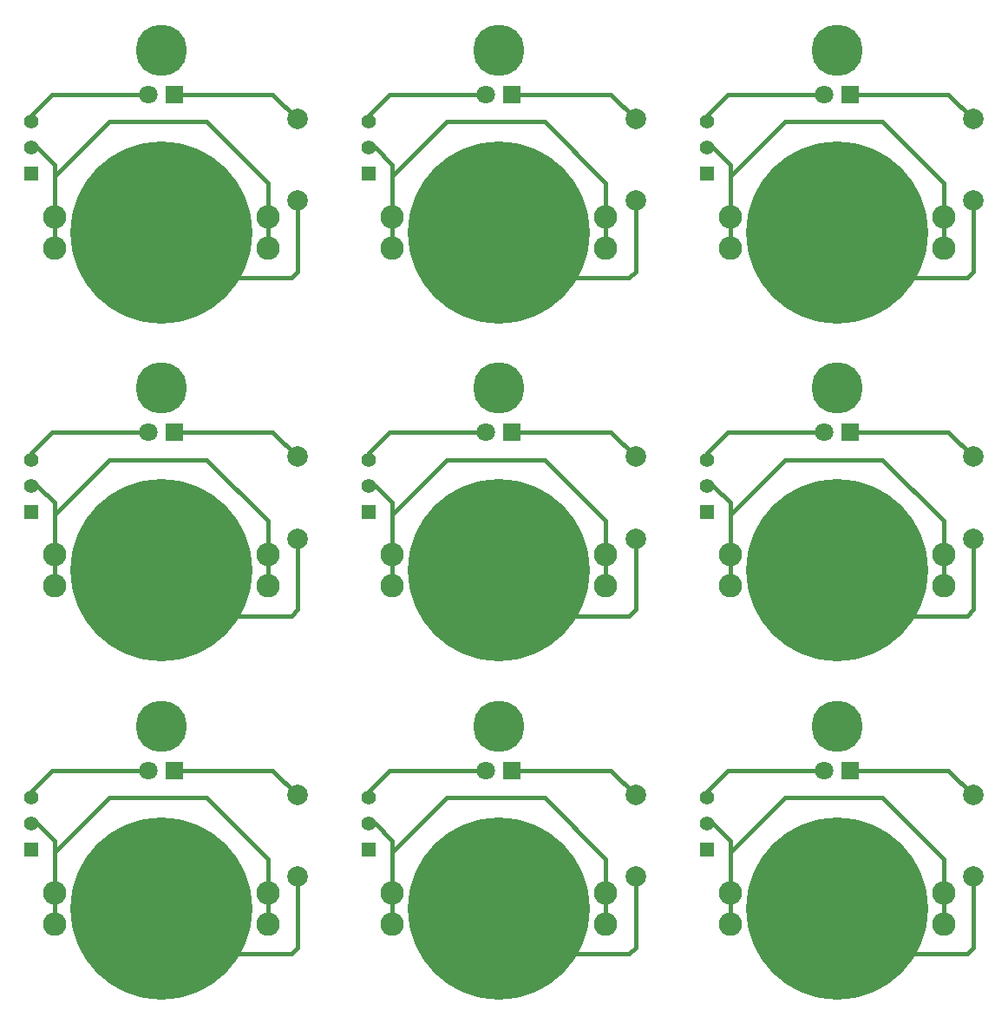
<source format=gbl>
%MOIN*%
%OFA0B0*%
%FSLAX46Y46*%
%IPPOS*%
%LPD*%
%ADD10C,0.0039370078740157488*%
%ADD11C,0.0787*%
%ADD12C,0.19685039370078741*%
%ADD13C,0.090000000000000011*%
%ADD14C,0.70000000000000007*%
%ADD15R,0.070866141732283464X0.070866141732283464*%
%ADD16C,0.070866141732283464*%
%ADD17R,0.055000000000000007X0.055000000000000007*%
%ADD18C,0.055000000000000007*%
%ADD19C,0.016*%
%ADD30C,0.0039370078740157488*%
%ADD31C,0.0787*%
%ADD32C,0.19685039370078741*%
%ADD33C,0.090000000000000011*%
%ADD34C,0.70000000000000007*%
%ADD35R,0.070866141732283464X0.070866141732283464*%
%ADD36C,0.070866141732283464*%
%ADD37R,0.055000000000000007X0.055000000000000007*%
%ADD38C,0.055000000000000007*%
%ADD39C,0.016*%
%ADD40C,0.0039370078740157488*%
%ADD41C,0.0787*%
%ADD42C,0.19685039370078741*%
%ADD43C,0.090000000000000011*%
%ADD44C,0.70000000000000007*%
%ADD45R,0.070866141732283464X0.070866141732283464*%
%ADD46C,0.070866141732283464*%
%ADD47R,0.055000000000000007X0.055000000000000007*%
%ADD48C,0.055000000000000007*%
%ADD49C,0.016*%
%ADD50C,0.0039370078740157488*%
%ADD51C,0.0787*%
%ADD52C,0.19685039370078741*%
%ADD53C,0.090000000000000011*%
%ADD54C,0.70000000000000007*%
%ADD55R,0.070866141732283464X0.070866141732283464*%
%ADD56C,0.070866141732283464*%
%ADD57R,0.055000000000000007X0.055000000000000007*%
%ADD58C,0.055000000000000007*%
%ADD59C,0.016*%
%ADD60C,0.0039370078740157488*%
%ADD61C,0.0787*%
%ADD62C,0.19685039370078741*%
%ADD63C,0.090000000000000011*%
%ADD64C,0.70000000000000007*%
%ADD65R,0.070866141732283464X0.070866141732283464*%
%ADD66C,0.070866141732283464*%
%ADD67R,0.055000000000000007X0.055000000000000007*%
%ADD68C,0.055000000000000007*%
%ADD69C,0.016*%
%ADD70C,0.0039370078740157488*%
%ADD71C,0.0787*%
%ADD72C,0.19685039370078741*%
%ADD73C,0.090000000000000011*%
%ADD74C,0.70000000000000007*%
%ADD75R,0.070866141732283464X0.070866141732283464*%
%ADD76C,0.070866141732283464*%
%ADD77R,0.055000000000000007X0.055000000000000007*%
%ADD78C,0.055000000000000007*%
%ADD79C,0.016*%
%ADD80C,0.0039370078740157488*%
%ADD81C,0.0787*%
%ADD82C,0.19685039370078741*%
%ADD83C,0.090000000000000011*%
%ADD84C,0.70000000000000007*%
%ADD85R,0.070866141732283464X0.070866141732283464*%
%ADD86C,0.070866141732283464*%
%ADD87R,0.055000000000000007X0.055000000000000007*%
%ADD88C,0.055000000000000007*%
%ADD89C,0.016*%
%ADD90C,0.0039370078740157488*%
%ADD91C,0.0787*%
%ADD92C,0.19685039370078741*%
%ADD93C,0.090000000000000011*%
%ADD94C,0.70000000000000007*%
%ADD95R,0.070866141732283464X0.070866141732283464*%
%ADD96C,0.070866141732283464*%
%ADD97R,0.055000000000000007X0.055000000000000007*%
%ADD98C,0.055000000000000007*%
%ADD99C,0.016*%
%ADD100C,0.0039370078740157488*%
%ADD101C,0.0787*%
%ADD102C,0.19685039370078741*%
%ADD103C,0.090000000000000011*%
%ADD104C,0.70000000000000007*%
%ADD105R,0.070866141732283464X0.070866141732283464*%
%ADD106C,0.070866141732283464*%
%ADD107R,0.055000000000000007X0.055000000000000007*%
%ADD108C,0.055000000000000007*%
%ADD109C,0.016*%
G01*
D10*
D11*
X-0006300000Y0004050000D02*
X0001124999Y0000837480D03*
X0001124999Y0000522519D03*
D12*
X0000599999Y0001100000D03*
D13*
X0001009999Y0000340000D03*
X0000189999Y0000340000D03*
X0001009999Y0000460000D03*
X0000189999Y0000460000D03*
D14*
X0000599999Y0000400000D03*
D15*
X0000649999Y0000930000D03*
D16*
X0000549999Y0000930000D03*
D17*
X0000099999Y0000625000D03*
D18*
X0000099999Y0000725000D03*
X0000099999Y0000825000D03*
D19*
X0000189999Y0000460000D02*
X0000189999Y0000615000D01*
X0001009999Y0000590000D02*
X0001009999Y0000460000D01*
X0000774999Y0000825000D02*
X0001009999Y0000590000D01*
X0000399999Y0000825000D02*
X0000774999Y0000825000D01*
X0000189999Y0000615000D02*
X0000399999Y0000825000D01*
X0000189999Y0000460000D02*
X0000189999Y0000660000D01*
X0000189999Y0000660000D02*
X0000124999Y0000725000D01*
X0000124999Y0000725000D02*
X0000099999Y0000725000D01*
X0001009999Y0000340000D02*
X0001009999Y0000460000D01*
X0000189999Y0000340000D02*
X0000189999Y0000460000D01*
X0000649999Y0000930000D02*
X0001027480Y0000930000D01*
X0001027480Y0000930000D02*
X0001124999Y0000837480D01*
X0000099999Y0000825000D02*
X0000099999Y0000850000D01*
X0000099999Y0000850000D02*
X0000179999Y0000930000D01*
X0000179999Y0000930000D02*
X0000549999Y0000930000D01*
X0001124999Y0000522519D02*
X0001124999Y0000250000D01*
X0001099999Y0000225000D02*
X0000774999Y0000225000D01*
X0001124999Y0000250000D02*
X0001099999Y0000225000D01*
X0000774999Y0000225000D02*
X0000599999Y0000400000D01*
X0001124999Y0000522519D02*
X0001124999Y0000555000D01*
X0000792519Y0000592519D02*
X0000599999Y0000400000D01*
X0000599999Y0000400000D02*
X0000774999Y0000400000D01*
G04 next file*
G04 #@! TF.FileFunction,Copper,L2,Bot,Signal*
G04 Gerber Fmt 4.6, Leading zero omitted, Abs format (unit mm)*
G04 Created by KiCad (PCBNEW 4.0.7) date 09/22/19 21:58:39*
G01*
G04 APERTURE LIST*
G04 APERTURE END LIST*
D30*
D31*
X-0006300000Y0005348425D02*
X0001124999Y0002135905D03*
X0001124999Y0001820945D03*
D32*
X0000599999Y0002398425D03*
D33*
X0001009999Y0001638425D03*
X0000189999Y0001638425D03*
X0001009999Y0001758425D03*
X0000189999Y0001758425D03*
D34*
X0000599999Y0001698425D03*
D35*
X0000649999Y0002228425D03*
D36*
X0000549999Y0002228425D03*
D37*
X0000099999Y0001923425D03*
D38*
X0000099999Y0002023425D03*
X0000099999Y0002123425D03*
D39*
X0000189999Y0001758425D02*
X0000189999Y0001913425D01*
X0001009999Y0001888425D02*
X0001009999Y0001758425D01*
X0000774999Y0002123425D02*
X0001009999Y0001888425D01*
X0000399999Y0002123425D02*
X0000774999Y0002123425D01*
X0000189999Y0001913425D02*
X0000399999Y0002123425D01*
X0000189999Y0001758425D02*
X0000189999Y0001958425D01*
X0000189999Y0001958425D02*
X0000124999Y0002023425D01*
X0000124999Y0002023425D02*
X0000099999Y0002023425D01*
X0001009999Y0001638425D02*
X0001009999Y0001758425D01*
X0000189999Y0001638425D02*
X0000189999Y0001758425D01*
X0000649999Y0002228425D02*
X0001027480Y0002228425D01*
X0001027480Y0002228425D02*
X0001124999Y0002135905D01*
X0000099999Y0002123425D02*
X0000099999Y0002148425D01*
X0000099999Y0002148425D02*
X0000179999Y0002228425D01*
X0000179999Y0002228425D02*
X0000549999Y0002228425D01*
X0001124999Y0001820945D02*
X0001124999Y0001548425D01*
X0001099999Y0001523425D02*
X0000774999Y0001523425D01*
X0001124999Y0001548425D02*
X0001099999Y0001523425D01*
X0000774999Y0001523425D02*
X0000599999Y0001698425D01*
X0001124999Y0001820945D02*
X0001124999Y0001853425D01*
X0000792519Y0001890945D02*
X0000599999Y0001698425D01*
X0000599999Y0001698425D02*
X0000774999Y0001698425D01*
G04 next file*
G04 #@! TF.FileFunction,Copper,L2,Bot,Signal*
G04 Gerber Fmt 4.6, Leading zero omitted, Abs format (unit mm)*
G04 Created by KiCad (PCBNEW 4.0.7) date 09/22/19 21:58:39*
G01*
G04 APERTURE LIST*
G04 APERTURE END LIST*
D40*
D41*
X-0006300000Y0006646850D02*
X0001124999Y0003434330D03*
X0001124999Y0003119370D03*
D42*
X0000599999Y0003696850D03*
D43*
X0001009999Y0002936850D03*
X0000189999Y0002936850D03*
X0001009999Y0003056850D03*
X0000189999Y0003056850D03*
D44*
X0000599999Y0002996850D03*
D45*
X0000649999Y0003526850D03*
D46*
X0000549999Y0003526850D03*
D47*
X0000099999Y0003221850D03*
D48*
X0000099999Y0003321850D03*
X0000099999Y0003421850D03*
D49*
X0000189999Y0003056850D02*
X0000189999Y0003211850D01*
X0001009999Y0003186850D02*
X0001009999Y0003056850D01*
X0000774999Y0003421850D02*
X0001009999Y0003186850D01*
X0000399999Y0003421850D02*
X0000774999Y0003421850D01*
X0000189999Y0003211850D02*
X0000399999Y0003421850D01*
X0000189999Y0003056850D02*
X0000189999Y0003256850D01*
X0000189999Y0003256850D02*
X0000124999Y0003321850D01*
X0000124999Y0003321850D02*
X0000099999Y0003321850D01*
X0001009999Y0002936850D02*
X0001009999Y0003056850D01*
X0000189999Y0002936850D02*
X0000189999Y0003056850D01*
X0000649999Y0003526850D02*
X0001027480Y0003526850D01*
X0001027480Y0003526850D02*
X0001124999Y0003434330D01*
X0000099999Y0003421850D02*
X0000099999Y0003446850D01*
X0000099999Y0003446850D02*
X0000179999Y0003526850D01*
X0000179999Y0003526850D02*
X0000549999Y0003526850D01*
X0001124999Y0003119370D02*
X0001124999Y0002846850D01*
X0001099999Y0002821850D02*
X0000774999Y0002821850D01*
X0001124999Y0002846850D02*
X0001099999Y0002821850D01*
X0000774999Y0002821850D02*
X0000599999Y0002996850D01*
X0001124999Y0003119370D02*
X0001124999Y0003151850D01*
X0000792519Y0003189370D02*
X0000599999Y0002996850D01*
X0000599999Y0002996850D02*
X0000774999Y0002996850D01*
G04 next file*
G04 #@! TF.FileFunction,Copper,L2,Bot,Signal*
G04 Gerber Fmt 4.6, Leading zero omitted, Abs format (unit mm)*
G04 Created by KiCad (PCBNEW 4.0.7) date 09/22/19 21:58:39*
G01*
G04 APERTURE LIST*
G04 APERTURE END LIST*
D50*
D51*
X-0005001574Y0004050000D02*
X0002423425Y0000837480D03*
X0002423425Y0000522519D03*
D52*
X0001898425Y0001100000D03*
D53*
X0002308425Y0000340000D03*
X0001488425Y0000340000D03*
X0002308425Y0000460000D03*
X0001488425Y0000460000D03*
D54*
X0001898425Y0000400000D03*
D55*
X0001948425Y0000930000D03*
D56*
X0001848425Y0000930000D03*
D57*
X0001398425Y0000625000D03*
D58*
X0001398425Y0000725000D03*
X0001398425Y0000825000D03*
D59*
X0001488425Y0000460000D02*
X0001488425Y0000615000D01*
X0002308425Y0000590000D02*
X0002308425Y0000460000D01*
X0002073425Y0000825000D02*
X0002308425Y0000590000D01*
X0001698425Y0000825000D02*
X0002073425Y0000825000D01*
X0001488425Y0000615000D02*
X0001698425Y0000825000D01*
X0001488425Y0000460000D02*
X0001488425Y0000660000D01*
X0001488425Y0000660000D02*
X0001423425Y0000725000D01*
X0001423425Y0000725000D02*
X0001398425Y0000725000D01*
X0002308425Y0000340000D02*
X0002308425Y0000460000D01*
X0001488425Y0000340000D02*
X0001488425Y0000460000D01*
X0001948425Y0000930000D02*
X0002325905Y0000930000D01*
X0002325905Y0000930000D02*
X0002423425Y0000837480D01*
X0001398425Y0000825000D02*
X0001398425Y0000850000D01*
X0001398425Y0000850000D02*
X0001478425Y0000930000D01*
X0001478425Y0000930000D02*
X0001848425Y0000930000D01*
X0002423425Y0000522519D02*
X0002423425Y0000250000D01*
X0002398425Y0000225000D02*
X0002073425Y0000225000D01*
X0002423425Y0000250000D02*
X0002398425Y0000225000D01*
X0002073425Y0000225000D02*
X0001898425Y0000400000D01*
X0002423425Y0000522519D02*
X0002423425Y0000555000D01*
X0002090944Y0000592519D02*
X0001898425Y0000400000D01*
X0001898425Y0000400000D02*
X0002073425Y0000400000D01*
G04 next file*
G04 #@! TF.FileFunction,Copper,L2,Bot,Signal*
G04 Gerber Fmt 4.6, Leading zero omitted, Abs format (unit mm)*
G04 Created by KiCad (PCBNEW 4.0.7) date 09/04/18 12:43:30*
G01*
G04 APERTURE LIST*
G04 APERTURE END LIST*
D60*
D61*
X-0003703149Y0004050000D02*
X0003721850Y0000837480D03*
X0003721850Y0000522519D03*
D62*
X0003196850Y0001100000D03*
D63*
X0003606850Y0000340000D03*
X0002786850Y0000340000D03*
X0003606850Y0000460000D03*
X0002786850Y0000460000D03*
D64*
X0003196850Y0000400000D03*
D65*
X0003246850Y0000930000D03*
D66*
X0003146850Y0000930000D03*
D67*
X0002696850Y0000625000D03*
D68*
X0002696850Y0000725000D03*
X0002696850Y0000825000D03*
D69*
X0002786850Y0000460000D02*
X0002786850Y0000615000D01*
X0003606850Y0000590000D02*
X0003606850Y0000460000D01*
X0003371850Y0000825000D02*
X0003606850Y0000590000D01*
X0002996850Y0000825000D02*
X0003371850Y0000825000D01*
X0002786850Y0000615000D02*
X0002996850Y0000825000D01*
X0002786850Y0000460000D02*
X0002786850Y0000660000D01*
X0002786850Y0000660000D02*
X0002721850Y0000725000D01*
X0002721850Y0000725000D02*
X0002696850Y0000725000D01*
X0003606850Y0000340000D02*
X0003606850Y0000460000D01*
X0002786850Y0000340000D02*
X0002786850Y0000460000D01*
X0003246850Y0000930000D02*
X0003624330Y0000930000D01*
X0003624330Y0000930000D02*
X0003721850Y0000837480D01*
X0002696850Y0000825000D02*
X0002696850Y0000850000D01*
X0002696850Y0000850000D02*
X0002776850Y0000930000D01*
X0002776850Y0000930000D02*
X0003146850Y0000930000D01*
X0003721850Y0000522519D02*
X0003721850Y0000250000D01*
X0003696850Y0000225000D02*
X0003371850Y0000225000D01*
X0003721850Y0000250000D02*
X0003696850Y0000225000D01*
X0003371850Y0000225000D02*
X0003196850Y0000400000D01*
X0003721850Y0000522519D02*
X0003721850Y0000555000D01*
X0003389370Y0000592519D02*
X0003196850Y0000400000D01*
X0003196850Y0000400000D02*
X0003371850Y0000400000D01*
G04 next file*
G04 #@! TF.FileFunction,Copper,L2,Bot,Signal*
G04 Gerber Fmt 4.6, Leading zero omitted, Abs format (unit mm)*
G04 Created by KiCad (PCBNEW 4.0.7) date 09/04/18 12:43:30*
G01*
G04 APERTURE LIST*
G04 APERTURE END LIST*
D70*
D71*
X-0005001574Y0005348425D02*
X0002423425Y0002135905D03*
X0002423425Y0001820945D03*
D72*
X0001898425Y0002398425D03*
D73*
X0002308425Y0001638425D03*
X0001488425Y0001638425D03*
X0002308425Y0001758425D03*
X0001488425Y0001758425D03*
D74*
X0001898425Y0001698425D03*
D75*
X0001948425Y0002228425D03*
D76*
X0001848425Y0002228425D03*
D77*
X0001398425Y0001923425D03*
D78*
X0001398425Y0002023425D03*
X0001398425Y0002123425D03*
D79*
X0001488425Y0001758425D02*
X0001488425Y0001913425D01*
X0002308425Y0001888425D02*
X0002308425Y0001758425D01*
X0002073425Y0002123425D02*
X0002308425Y0001888425D01*
X0001698425Y0002123425D02*
X0002073425Y0002123425D01*
X0001488425Y0001913425D02*
X0001698425Y0002123425D01*
X0001488425Y0001758425D02*
X0001488425Y0001958425D01*
X0001488425Y0001958425D02*
X0001423425Y0002023425D01*
X0001423425Y0002023425D02*
X0001398425Y0002023425D01*
X0002308425Y0001638425D02*
X0002308425Y0001758425D01*
X0001488425Y0001638425D02*
X0001488425Y0001758425D01*
X0001948425Y0002228425D02*
X0002325905Y0002228425D01*
X0002325905Y0002228425D02*
X0002423425Y0002135905D01*
X0001398425Y0002123425D02*
X0001398425Y0002148425D01*
X0001398425Y0002148425D02*
X0001478425Y0002228425D01*
X0001478425Y0002228425D02*
X0001848425Y0002228425D01*
X0002423425Y0001820945D02*
X0002423425Y0001548425D01*
X0002398425Y0001523425D02*
X0002073425Y0001523425D01*
X0002423425Y0001548425D02*
X0002398425Y0001523425D01*
X0002073425Y0001523425D02*
X0001898425Y0001698425D01*
X0002423425Y0001820945D02*
X0002423425Y0001853425D01*
X0002090944Y0001890945D02*
X0001898425Y0001698425D01*
X0001898425Y0001698425D02*
X0002073425Y0001698425D01*
G04 next file*
G04 #@! TF.FileFunction,Copper,L2,Bot,Signal*
G04 Gerber Fmt 4.6, Leading zero omitted, Abs format (unit mm)*
G04 Created by KiCad (PCBNEW 4.0.7) date 09/04/18 12:43:30*
G01*
G04 APERTURE LIST*
G04 APERTURE END LIST*
D80*
D81*
X-0005001574Y0006646850D02*
X0002423425Y0003434330D03*
X0002423425Y0003119370D03*
D82*
X0001898425Y0003696850D03*
D83*
X0002308425Y0002936850D03*
X0001488425Y0002936850D03*
X0002308425Y0003056850D03*
X0001488425Y0003056850D03*
D84*
X0001898425Y0002996850D03*
D85*
X0001948425Y0003526850D03*
D86*
X0001848425Y0003526850D03*
D87*
X0001398425Y0003221850D03*
D88*
X0001398425Y0003321850D03*
X0001398425Y0003421850D03*
D89*
X0001488425Y0003056850D02*
X0001488425Y0003211850D01*
X0002308425Y0003186850D02*
X0002308425Y0003056850D01*
X0002073425Y0003421850D02*
X0002308425Y0003186850D01*
X0001698425Y0003421850D02*
X0002073425Y0003421850D01*
X0001488425Y0003211850D02*
X0001698425Y0003421850D01*
X0001488425Y0003056850D02*
X0001488425Y0003256850D01*
X0001488425Y0003256850D02*
X0001423425Y0003321850D01*
X0001423425Y0003321850D02*
X0001398425Y0003321850D01*
X0002308425Y0002936850D02*
X0002308425Y0003056850D01*
X0001488425Y0002936850D02*
X0001488425Y0003056850D01*
X0001948425Y0003526850D02*
X0002325905Y0003526850D01*
X0002325905Y0003526850D02*
X0002423425Y0003434330D01*
X0001398425Y0003421850D02*
X0001398425Y0003446850D01*
X0001398425Y0003446850D02*
X0001478425Y0003526850D01*
X0001478425Y0003526850D02*
X0001848425Y0003526850D01*
X0002423425Y0003119370D02*
X0002423425Y0002846850D01*
X0002398425Y0002821850D02*
X0002073425Y0002821850D01*
X0002423425Y0002846850D02*
X0002398425Y0002821850D01*
X0002073425Y0002821850D02*
X0001898425Y0002996850D01*
X0002423425Y0003119370D02*
X0002423425Y0003151850D01*
X0002090944Y0003189370D02*
X0001898425Y0002996850D01*
X0001898425Y0002996850D02*
X0002073425Y0002996850D01*
G04 next file*
G04 #@! TF.FileFunction,Copper,L2,Bot,Signal*
G04 Gerber Fmt 4.6, Leading zero omitted, Abs format (unit mm)*
G04 Created by KiCad (PCBNEW 4.0.7) date 09/04/18 12:43:30*
G01*
G04 APERTURE LIST*
G04 APERTURE END LIST*
D90*
D91*
X-0003703149Y0005348425D02*
X0003721850Y0002135905D03*
X0003721850Y0001820945D03*
D92*
X0003196850Y0002398425D03*
D93*
X0003606850Y0001638425D03*
X0002786850Y0001638425D03*
X0003606850Y0001758425D03*
X0002786850Y0001758425D03*
D94*
X0003196850Y0001698425D03*
D95*
X0003246850Y0002228425D03*
D96*
X0003146850Y0002228425D03*
D97*
X0002696850Y0001923425D03*
D98*
X0002696850Y0002023425D03*
X0002696850Y0002123425D03*
D99*
X0002786850Y0001758425D02*
X0002786850Y0001913425D01*
X0003606850Y0001888425D02*
X0003606850Y0001758425D01*
X0003371850Y0002123425D02*
X0003606850Y0001888425D01*
X0002996850Y0002123425D02*
X0003371850Y0002123425D01*
X0002786850Y0001913425D02*
X0002996850Y0002123425D01*
X0002786850Y0001758425D02*
X0002786850Y0001958425D01*
X0002786850Y0001958425D02*
X0002721850Y0002023425D01*
X0002721850Y0002023425D02*
X0002696850Y0002023425D01*
X0003606850Y0001638425D02*
X0003606850Y0001758425D01*
X0002786850Y0001638425D02*
X0002786850Y0001758425D01*
X0003246850Y0002228425D02*
X0003624330Y0002228425D01*
X0003624330Y0002228425D02*
X0003721850Y0002135905D01*
X0002696850Y0002123425D02*
X0002696850Y0002148425D01*
X0002696850Y0002148425D02*
X0002776850Y0002228425D01*
X0002776850Y0002228425D02*
X0003146850Y0002228425D01*
X0003721850Y0001820945D02*
X0003721850Y0001548425D01*
X0003696850Y0001523425D02*
X0003371850Y0001523425D01*
X0003721850Y0001548425D02*
X0003696850Y0001523425D01*
X0003371850Y0001523425D02*
X0003196850Y0001698425D01*
X0003721850Y0001820945D02*
X0003721850Y0001853425D01*
X0003389370Y0001890945D02*
X0003196850Y0001698425D01*
X0003196850Y0001698425D02*
X0003371850Y0001698425D01*
G04 next file*
G04 #@! TF.FileFunction,Copper,L2,Bot,Signal*
G04 Gerber Fmt 4.6, Leading zero omitted, Abs format (unit mm)*
G04 Created by KiCad (PCBNEW 4.0.7) date 09/04/18 12:43:30*
G01*
G04 APERTURE LIST*
G04 APERTURE END LIST*
D100*
D101*
X-0003703149Y0006646850D02*
X0003721850Y0003434330D03*
X0003721850Y0003119370D03*
D102*
X0003196850Y0003696850D03*
D103*
X0003606850Y0002936850D03*
X0002786850Y0002936850D03*
X0003606850Y0003056850D03*
X0002786850Y0003056850D03*
D104*
X0003196850Y0002996850D03*
D105*
X0003246850Y0003526850D03*
D106*
X0003146850Y0003526850D03*
D107*
X0002696850Y0003221850D03*
D108*
X0002696850Y0003321850D03*
X0002696850Y0003421850D03*
D109*
X0002786850Y0003056850D02*
X0002786850Y0003211850D01*
X0003606850Y0003186850D02*
X0003606850Y0003056850D01*
X0003371850Y0003421850D02*
X0003606850Y0003186850D01*
X0002996850Y0003421850D02*
X0003371850Y0003421850D01*
X0002786850Y0003211850D02*
X0002996850Y0003421850D01*
X0002786850Y0003056850D02*
X0002786850Y0003256850D01*
X0002786850Y0003256850D02*
X0002721850Y0003321850D01*
X0002721850Y0003321850D02*
X0002696850Y0003321850D01*
X0003606850Y0002936850D02*
X0003606850Y0003056850D01*
X0002786850Y0002936850D02*
X0002786850Y0003056850D01*
X0003246850Y0003526850D02*
X0003624330Y0003526850D01*
X0003624330Y0003526850D02*
X0003721850Y0003434330D01*
X0002696850Y0003421850D02*
X0002696850Y0003446850D01*
X0002696850Y0003446850D02*
X0002776850Y0003526850D01*
X0002776850Y0003526850D02*
X0003146850Y0003526850D01*
X0003721850Y0003119370D02*
X0003721850Y0002846850D01*
X0003696850Y0002821850D02*
X0003371850Y0002821850D01*
X0003721850Y0002846850D02*
X0003696850Y0002821850D01*
X0003371850Y0002821850D02*
X0003196850Y0002996850D01*
X0003721850Y0003119370D02*
X0003721850Y0003151850D01*
X0003389370Y0003189370D02*
X0003196850Y0002996850D01*
X0003196850Y0002996850D02*
X0003371850Y0002996850D01*
M02*
</source>
